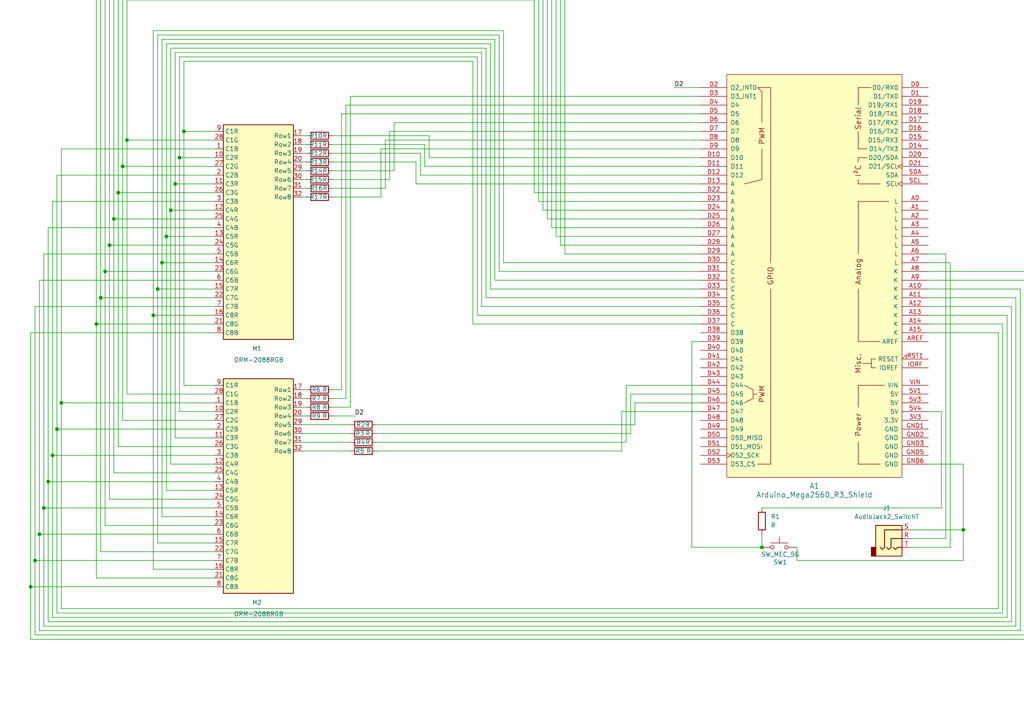
<source format=kicad_sch>
(kicad_sch (version 20231120) (generator "eeschema") (generator_version "8.0")
  (paper "A4")
  (lib_symbols
    (symbol "Connector_Audio:AudioJack3"
      (property "Reference" "J" (at 0 8.89 0))
      (property "Value" "AudioJack3" (at 0 6.35 0))
      (symbol "AudioJack3_0_1"
        (rectangle (start -5.08 -5.08) (end -6.35 -2.54) (stroke (width 0.254)) (fill (type outline)))
        (polyline (pts (xy 0 -2.54) (xy 0.635 -3.175) (xy 1.27 -2.54) (xy 2.54 -2.54)) (stroke (width 0.254)))
        (polyline (pts (xy -1.905 -2.54) (xy -1.27 -3.175) (xy -0.635 -2.54) (xy -0.635 0) (xy 2.54 0)) (stroke (width 0.254)))
        (polyline (pts (xy 2.54 2.54) (xy -2.54 2.54) (xy -2.54 -2.54) (xy -3.175 -3.175) (xy -3.81 -2.54)) (stroke (width 0.254)))
        (rectangle (start 2.54 3.81) (end -5.08 -5.08) (stroke (width 0.254)) (fill (type background)))
      )
      (symbol "AudioJack3_1_1"
        (pin passive line (at 5.08 0 180) (length 2.54) (name "~") (number "R"))
        (pin passive line (at 5.08 2.54 180) (length 2.54) (name "~") (number "S"))
        (pin passive line (at 5.08 -2.54 180) (length 2.54) (name "~") (number "T"))
      )
    )
    (symbol "Device:R" (pin_numbers hide) (pin_names (offset 0))
      (property "Reference" "R" (at 2.032 0 90))
      (property "Value" "R" (at 0 0 90))
      (symbol "R_0_1"
        (rectangle (start -1.016 -2.54) (end 1.016 2.54) (stroke (width 0.254)))
      )
      (symbol "R_1_1"
        (pin passive line (at 0 3.81 270) (length 1.27) (name "~") (number "1"))
        (pin passive line (at 0 -3.81 90) (length 1.27) (name "~") (number "2"))
      )
    )
    (symbol "LED Matrix:ORM-2088RGB"
      (property "Reference" "M2" (at -1.016 -33.782 0))
      (property "Value" "ORM-2088RGB" (at -7.366 -37.084 0))
      (symbol "ORM-2088RGB_0_1"
        (rectangle (start -10.16 31.115) (end 10.16 -31.115) (stroke (width 0.254)) (fill (type background)))
      )
      (symbol "ORM-2088RGB_1_0"
        (pin output line (at 12.7 -26.67 180) (length 2.54) (name "C8G") (number "21"))
        (pin output line (at 12.7 -29.21 180) (length 2.54) (name "C8B") (number "8"))
      )
      (symbol "ORM-2088RGB_1_1"
        (pin output line (at 12.7 24.13 180) (length 2.54) (name "C1B") (number "1"))
        (pin output line (at 12.7 21.59 180) (length 2.54) (name "C2R") (number "10"))
        (pin output line (at 12.7 13.97 180) (length 2.54) (name "C3R") (number "11"))
        (pin output line (at 12.7 6.35 180) (length 2.54) (name "C4R") (number "12"))
        (pin output line (at 12.7 -1.27 180) (length 2.54) (name "C5R") (number "13"))
        (pin output line (at 12.7 -8.89 180) (length 2.54) (name "C6R") (number "14"))
        (pin output line (at 12.7 -16.51 180) (length 2.54) (name "C7R") (number "15"))
        (pin output line (at 12.7 -24.13 180) (length 2.54) (name "C8R") (number "16"))
        (pin input line (at -12.7 27.94 0) (length 2.54) (name "Row1") (number "17"))
        (pin input line (at -12.7 25.4 0) (length 2.54) (name "Row2") (number "18"))
        (pin input line (at -12.7 22.86 0) (length 2.54) (name "Row3") (number "19"))
        (pin output line (at 12.7 16.51 180) (length 2.54) (name "C2B") (number "2"))
        (pin input line (at -12.7 20.32 0) (length 2.54) (name "Row4") (number "20"))
        (pin output line (at 12.7 -19.05 180) (length 2.54) (name "C7G") (number "22"))
        (pin output line (at 12.7 -11.43 180) (length 2.54) (name "C6G") (number "23"))
        (pin output line (at 12.7 -3.81 180) (length 2.54) (name "C5G") (number "24"))
        (pin output line (at 12.7 3.81 180) (length 2.54) (name "C4G") (number "25"))
        (pin output line (at 12.7 11.43 180) (length 2.54) (name "C3G") (number "26"))
        (pin output line (at 12.7 19.05 180) (length 2.54) (name "C2G") (number "27"))
        (pin output line (at 12.7 26.67 180) (length 2.54) (name "C1G") (number "28"))
        (pin input line (at -12.7 17.78 0) (length 2.54) (name "Row5") (number "29"))
        (pin output line (at 12.7 8.89 180) (length 2.54) (name "C3B") (number "3"))
        (pin input line (at -12.7 15.24 0) (length 2.54) (name "Row6") (number "30"))
        (pin input line (at -12.7 12.7 0) (length 2.54) (name "Row7") (number "31"))
        (pin input line (at -12.7 10.16 0) (length 2.54) (name "Row8") (number "32"))
        (pin output line (at 12.7 1.27 180) (length 2.54) (name "C4B") (number "4"))
        (pin output line (at 12.7 -6.35 180) (length 2.54) (name "C5B") (number "5"))
        (pin output line (at 12.7 -13.97 180) (length 2.54) (name "C6B") (number "6"))
        (pin output line (at 12.7 -21.59 180) (length 2.54) (name "C7B") (number "7"))
        (pin output line (at 12.7 29.21 180) (length 2.54) (name "C1R") (number "9"))
      )
    )
    (symbol "ORM-2088RGB_1"
      (property "Reference" "M2" (at -1.016 -33.782 0))
      (property "Value" "ORM-2088RGB" (at -7.366 -37.084 0))
      (symbol "ORM-2088RGB_1_0_1"
        (rectangle (start -10.16 31.115) (end 10.16 -31.115) (stroke (width 0.254)) (fill (type background)))
      )
      (symbol "ORM-2088RGB_1_1_0"
        (pin output line (at 12.7 -26.67 180) (length 2.54) (name "C8G") (number "21"))
        (pin output line (at 12.7 -29.21 180) (length 2.54) (name "C8B") (number "8"))
      )
      (symbol "ORM-2088RGB_1_1_1"
        (pin output line (at 12.7 24.13 180) (length 2.54) (name "C1B") (number "1"))
        (pin output line (at 12.7 21.59 180) (length 2.54) (name "C2R") (number "10"))
        (pin output line (at 12.7 13.97 180) (length 2.54) (name "C3R") (number "11"))
        (pin output line (at 12.7 6.35 180) (length 2.54) (name "C4R") (number "12"))
        (pin output line (at 12.7 -1.27 180) (length 2.54) (name "C5R") (number "13"))
        (pin output line (at 12.7 -8.89 180) (length 2.54) (name "C6R") (number "14"))
        (pin output line (at 12.7 -16.51 180) (length 2.54) (name "C7R") (number "15"))
        (pin output line (at 12.7 -24.13 180) (length 2.54) (name "C8R") (number "16"))
        (pin input line (at -12.7 27.94 0) (length 2.54) (name "Row1") (number "17"))
        (pin input line (at -12.7 25.4 0) (length 2.54) (name "Row2") (number "18"))
        (pin input line (at -12.7 22.86 0) (length 2.54) (name "Row3") (number "19"))
        (pin output line (at 12.7 16.51 180) (length 2.54) (name "C2B") (number "2"))
        (pin input line (at -12.7 20.32 0) (length 2.54) (name "Row4") (number "20"))
        (pin output line (at 12.7 -19.05 180) (length 2.54) (name "C7G") (number "22"))
        (pin output line (at 12.7 -11.43 180) (length 2.54) (name "C6G") (number "23"))
        (pin output line (at 12.7 -3.81 180) (length 2.54) (name "C5G") (number "24"))
        (pin output line (at 12.7 3.81 180) (length 2.54) (name "C4G") (number "25"))
        (pin output line (at 12.7 11.43 180) (length 2.54) (name "C3G") (number "26"))
        (pin output line (at 12.7 19.05 180) (length 2.54) (name "C2G") (number "27"))
        (pin output line (at 12.7 26.67 180) (length 2.54) (name "C1G") (number "28"))
        (pin input line (at -12.7 17.78 0) (length 2.54) (name "Row5") (number "29"))
        (pin output line (at 12.7 8.89 180) (length 2.54) (name "C3B") (number "3"))
        (pin input line (at -12.7 15.24 0) (length 2.54) (name "Row6") (number "30"))
        (pin input line (at -12.7 12.7 0) (length 2.54) (name "Row7") (number "31"))
        (pin input line (at -12.7 10.16 0) (length 2.54) (name "Row8") (number "32"))
        (pin output line (at 12.7 1.27 180) (length 2.54) (name "C4B") (number "4"))
        (pin output line (at 12.7 -6.35 180) (length 2.54) (name "C5B") (number "5"))
        (pin output line (at 12.7 -13.97 180) (length 2.54) (name "C6B") (number "6"))
        (pin output line (at 12.7 -21.59 180) (length 2.54) (name "C7B") (number "7"))
        (pin output line (at 12.7 29.21 180) (length 2.54) (name "C1R") (number "9"))
      )
    )
    (symbol "Switch:SW_MEC_5G" (pin_numbers hide) (pin_names (offset 1.016) hide)
      (property "Reference" "SW" (at 1.27 2.54 0))
      (property "Value" "SW_MEC_5G" (at 0 -1.524 0))
      (symbol "SW_MEC_5G_0_1"
        (circle (center -2.032 0) (radius 0.508))
        (polyline (pts (xy 0 1.27) (xy 0 3.048)))
        (polyline (pts (xy 2.54 1.27) (xy -2.54 1.27)))
        (circle (center 2.032 0) (radius 0.508))
        (pin passive line (at -5.08 0 0) (length 2.54) (name "A") (number "1"))
        (pin passive line (at 5.08 0 180) (length 2.54) (name "B") (number "3"))
      )
      (symbol "SW_MEC_5G_1_1"
        (pin passive line (at -5.08 0 0) (length 2.54) hide (name "A") (number "2"))
        (pin passive line (at 5.08 0 180) (length 2.54) hide (name "B") (number "4"))
      )
    )
    (symbol "arduino-library:Arduino_Mega2560_R3_Shield" (pin_names (offset 1.016))
      (property "Reference" "A1" (at 0 -60.96 0))
      (property "Value" "Arduino_Mega2560_R3_Shield" (at 0 -63.5 0))
      (symbol "Arduino_Mega2560_R3_Shield_0_0"
        (rectangle (start -25.4 -58.42) (end 25.4 58.42) (fill (type background)))
        (rectangle (start -20.32 -31.75) (end -12.7 -31.75))
        (rectangle (start -19.05 -54.61) (end -12.7 -54.61))
        (rectangle (start -19.05 -19.05) (end -12.7 -19.05))
        (rectangle (start -19.05 26.67) (end -12.7 26.67))
        (rectangle (start -17.78 -26.67) (end -16.51 -26.67))
        (rectangle (start -17.78 -24.13) (end -16.51 -24.13))
        (rectangle (start -16.51 -25.4) (end -13.97 -25.4))
        (rectangle (start -16.51 -24.13) (end -16.51 -26.67))
        (rectangle (start -16.51 54.61) (end -12.7 54.61))
        (rectangle (start -15.24 34.29) (end -12.7 34.29))
        (rectangle (start -15.24 36.83) (end -12.7 36.83))
        (rectangle (start -12.7 -54.61) (end -12.7 -48.26))
        (rectangle (start -12.7 -31.75) (end -12.7 -38.1))
        (rectangle (start -12.7 26.67) (end -12.7 27.94))
        (rectangle (start -12.7 34.29) (end -12.7 33.02))
        (rectangle (start -12.7 41.91) (end -12.7 36.83))
        (rectangle (start -12.7 49.53) (end -12.7 54.61))
        (polyline (pts (xy -21.59 21.59) (xy -12.7 21.59)))
        (polyline (pts (xy -12.7 -19.05) (xy -12.7 -3.81)))
        (polyline (pts (xy -12.7 6.35) (xy -12.7 21.59)))
        (polyline (pts (xy 12.7 -54.61) (xy 16.51 -54.61)))
        (polyline (pts (xy 12.7 54.61) (xy 16.51 54.61)))
        (polyline (pts (xy 17.78 -34.29) (xy 16.51 -34.29)))
        (polyline (pts (xy 15.24 36.83) (xy 15.24 27.94) (xy 20.32 26.67)))
        (polyline (pts (xy 15.24 44.45) (xy 15.24 53.34) (xy 16.51 54.61)))
        (polyline (pts (xy 20.32 -31.75) (xy 17.78 -33.02) (xy 17.78 -35.56) (xy 20.32 -36.83)))
        (text "Analog" (at -12.7 1.27 900) (effects (font (size 1.524 1.524))))
        (text "I²C" (at -12.7 30.48 900) (effects (font (size 1.524 1.524))))
        (text "Misc." (at -12.7 -25.4 900) (effects (font (size 1.524 1.524))))
        (text "Power" (at -12.7 -43.18 900) (effects (font (size 1.524 1.524))))
        (text "PWM" (at 15.24 -34.29 900) (effects (font (size 1.524 1.524))))
        (text "PWM" (at 15.24 40.64 900) (effects (font (size 1.524 1.524))))
        (text "Serial" (at -12.7 45.72 900) (effects (font (size 1.524 1.524))))
      )
      (symbol "Arduino_Mega2560_R3_Shield_1_0"
        (rectangle (start 12.7 -54.61) (end 12.7 -3.81))
        (rectangle (start 12.7 54.61) (end 12.7 3.81))
        (text "GPIO" (at 12.7 0 900) (effects (font (size 1.524 1.524))))
      )
      (symbol "Arduino_Mega2560_R3_Shield_1_1"
        (pin power_out line (at -33.02 -41.91 0) (length 7.62) (name "3.3V") (number "3V3"))
        (pin power_in line (at -33.02 -34.29 0) (length 7.62) (name "5V") (number "5V1"))
        (pin power_in line (at -33.02 -36.83 0) (length 7.62) (name "5V") (number "5V3"))
        (pin power_in line (at -33.02 -39.37 0) (length 7.62) (name "5V") (number "5V4"))
        (pin bidirectional line (at -33.02 21.59 0) (length 7.62) (name "L") (number "A0"))
        (pin bidirectional line (at -33.02 19.05 0) (length 7.62) (name "L") (number "A1"))
        (pin bidirectional line (at -33.02 -3.81 0) (length 7.62) (name "K") (number "A10"))
        (pin bidirectional line (at -33.02 -6.35 0) (length 7.62) (name "K") (number "A11"))
        (pin bidirectional line (at -33.02 -8.89 0) (length 7.62) (name "K") (number "A12"))
        (pin bidirectional line (at -33.02 -11.43 0) (length 7.62) (name "K") (number "A13"))
        (pin bidirectional line (at -33.02 -13.97 0) (length 7.62) (name "K") (number "A14"))
        (pin bidirectional line (at -33.02 -16.51 0) (length 7.62) (name "K") (number "A15"))
        (pin bidirectional line (at -33.02 16.51 0) (length 7.62) (name "L") (number "A2"))
        (pin bidirectional line (at -33.02 13.97 0) (length 7.62) (name "L") (number "A3"))
        (pin bidirectional line (at -33.02 11.43 0) (length 7.62) (name "L") (number "A4"))
        (pin bidirectional line (at -33.02 8.89 0) (length 7.62) (name "L") (number "A5"))
        (pin bidirectional line (at -33.02 6.35 0) (length 7.62) (name "L") (number "A6"))
        (pin bidirectional line (at -33.02 3.81 0) (length 7.62) (name "L") (number "A7"))
        (pin bidirectional line (at -33.02 1.27 0) (length 7.62) (name "K") (number "A8"))
        (pin bidirectional line (at -33.02 -1.27 0) (length 7.62) (name "K") (number "A9"))
        (pin input line (at -33.02 -19.05 0) (length 7.62) (name "AREF") (number "AREF"))
        (pin bidirectional line (at -33.02 54.61 0) (length 7.62) (name "D0/RX0") (number "D0"))
        (pin bidirectional line (at -33.02 52.07 0) (length 7.62) (name "D1/TX0") (number "D1"))
        (pin bidirectional line (at 33.02 34.29 180) (length 7.62) (name "D10") (number "D10"))
        (pin bidirectional line (at 33.02 31.75 180) (length 7.62) (name "D11") (number "D11"))
        (pin bidirectional line (at 33.02 29.21 180) (length 7.62) (name "D12") (number "D12"))
        (pin bidirectional line (at 33.02 26.67 180) (length 7.62) (name "A") (number "D13"))
        (pin bidirectional line (at -33.02 36.83 0) (length 7.62) (name "D14/TX3") (number "D14"))
        (pin bidirectional line (at -33.02 39.37 0) (length 7.62) (name "D15/RX3") (number "D15"))
        (pin bidirectional line (at -33.02 41.91 0) (length 7.62) (name "D16/TX2") (number "D16"))
        (pin bidirectional line (at -33.02 44.45 0) (length 7.62) (name "D17/RX2") (number "D17"))
        (pin bidirectional line (at -33.02 46.99 0) (length 7.62) (name "D18/TX1") (number "D18"))
        (pin bidirectional line (at -33.02 49.53 0) (length 7.62) (name "D19/RX1") (number "D19"))
        (pin bidirectional line (at 33.02 54.61 180) (length 7.62) (name "D2_INT0") (number "D2"))
        (pin bidirectional line (at -33.02 34.29 0) (length 7.62) (name "D20/SDA") (number "D20"))
        (pin bidirectional clock (at -33.02 31.75 0) (length 7.62) (name "D21/SCL") (number "D21"))
        (pin bidirectional line (at 33.02 24.13 180) (length 7.62) (name "A") (number "D22"))
        (pin bidirectional line (at 33.02 21.59 180) (length 7.62) (name "A") (number "D23"))
        (pin bidirectional line (at 33.02 19.05 180) (length 7.62) (name "A") (number "D24"))
        (pin bidirectional line (at 33.02 16.51 180) (length 7.62) (name "A") (number "D25"))
        (pin bidirectional line (at 33.02 13.97 180) (length 7.62) (name "A") (number "D26"))
        (pin bidirectional line (at 33.02 11.43 180) (length 7.62) (name "A") (number "D27"))
        (pin bidirectional line (at 33.02 8.89 180) (length 7.62) (name "A") (number "D28"))
        (pin bidirectional line (at 33.02 6.35 180) (length 7.62) (name "A") (number "D29"))
        (pin bidirectional line (at 33.02 52.07 180) (length 7.62) (name "D3_INT1") (number "D3"))
        (pin bidirectional line (at 33.02 3.81 180) (length 7.62) (name "C") (number "D30"))
        (pin bidirectional line (at 33.02 1.27 180) (length 7.62) (name "C") (number "D31"))
        (pin bidirectional line (at 33.02 -1.27 180) (length 7.62) (name "C") (number "D32"))
        (pin bidirectional line (at 33.02 -3.81 180) (length 7.62) (name "C") (number "D33"))
        (pin bidirectional line (at 33.02 -6.35 180) (length 7.62) (name "C") (number "D34"))
        (pin bidirectional line (at 33.02 -8.89 180) (length 7.62) (name "C") (number "D35"))
        (pin bidirectional line (at 33.02 -11.43 180) (length 7.62) (name "C") (number "D36"))
        (pin bidirectional line (at 33.02 -13.97 180) (length 7.62) (name "C") (number "D37"))
        (pin bidirectional line (at 33.02 -16.51 180) (length 7.62) (name "D38") (number "D38"))
        (pin bidirectional line (at 33.02 -19.05 180) (length 7.62) (name "D39") (number "D39"))
        (pin bidirectional line (at 33.02 49.53 180) (length 7.62) (name "D4") (number "D4"))
        (pin bidirectional line (at 33.02 -21.59 180) (length 7.62) (name "D40") (number "D40"))
        (pin bidirectional line (at 33.02 -24.13 180) (length 7.62) (name "D41") (number "D41"))
        (pin bidirectional line (at 33.02 -26.67 180) (length 7.62) (name "D42") (number "D42"))
        (pin bidirectional line (at 33.02 -29.21 180) (length 7.62) (name "D43") (number "D43"))
        (pin bidirectional line (at 33.02 -31.75 180) (length 7.62) (name "D44") (number "D44"))
        (pin bidirectional line (at 33.02 -34.29 180) (length 7.62) (name "D45") (number "D45"))
        (pin bidirectional line (at 33.02 -36.83 180) (length 7.62) (name "D46") (number "D46"))
        (pin bidirectional line (at 33.02 -39.37 180) (length 7.62) (name "D47") (number "D47"))
        (pin bidirectional line (at 33.02 -41.91 180) (length 7.62) (name "D48") (number "D48"))
        (pin bidirectional line (at 33.02 -44.45 180) (length 7.62) (name "D49") (number "D49"))
        (pin bidirectional line (at 33.02 46.99 180) (length 7.62) (name "D5") (number "D5"))
        (pin bidirectional line (at 33.02 -46.99 180) (length 7.62) (name "D50_MISO") (number "D50"))
        (pin bidirectional line (at 33.02 -49.53 180) (length 7.62) (name "D51_MOSI") (number "D51"))
        (pin bidirectional clock (at 33.02 -52.07 180) (length 7.62) (name "D52_SCK") (number "D52"))
        (pin bidirectional line (at 33.02 -54.61 180) (length 7.62) (name "D53_CS") (number "D53"))
        (pin bidirectional line (at 33.02 44.45 180) (length 7.62) (name "D6") (number "D6"))
        (pin bidirectional line (at 33.02 41.91 180) (length 7.62) (name "D7") (number "D7"))
        (pin bidirectional line (at 33.02 39.37 180) (length 7.62) (name "D8") (number "D8"))
        (pin bidirectional line (at 33.02 36.83 180) (length 7.62) (name "D9") (number "D9"))
        (pin power_in line (at -33.02 -44.45 0) (length 7.62) (name "GND") (number "GND1"))
        (pin power_in line (at -33.02 -46.99 0) (length 7.62) (name "GND") (number "GND2"))
        (pin power_in line (at -33.02 -49.53 0) (length 7.62) (name "GND") (number "GND3"))
        (pin power_in line (at -33.02 -52.07 0) (length 7.62) (name "GND") (number "GND5"))
        (pin power_in line (at -33.02 -54.61 0) (length 7.62) (name "GND") (number "GND6"))
        (pin output line (at -33.02 -26.67 0) (length 7.62) (name "IOREF") (number "IORF"))
        (pin open_collector input_low (at -33.02 -24.13 0) (length 7.62) (name "RESET") (number "RST1"))
        (pin bidirectional clock (at -33.02 26.67 0) (length 7.62) (name "SCL") (number "SCL"))
        (pin bidirectional line (at -33.02 29.21 0) (length 7.62) (name "SDA") (number "SDA"))
        (pin power_in line (at -33.02 -31.75 0) (length 7.62) (name "VIN") (number "VIN"))
      )
    )
  )
  (junction (at 17.78 116.84))
  (junction (at 13.97 139.7))
  (junction (at 16.51 124.46))
  (junction (at 48.26 68.58))
  (junction (at 36.83 40.64))
  (junction (at 12.7 147.32))
  (junction (at 220.98 158.75))
  (junction (at 10.16 162.56))
  (junction (at 44.45 91.44))
  (junction (at 8.89 170.18))
  (junction (at 49.53 60.96))
  (junction (at 29.21 86.36))
  (junction (at 50.8 53.34))
  (junction (at 31.75 71.12))
  (junction (at 35.56 48.26))
  (junction (at 52.07 45.72))
  (junction (at 27.94 93.98))
  (junction (at 45.72 83.82))
  (junction (at 279.4 153.67))
  (junction (at 15.24 132.08))
  (junction (at 30.48 78.74))
  (junction (at 33.02 63.5))
  (junction (at 34.29 55.88))
  (junction (at 46.99 76.2))
  (junction (at 11.43 154.94))
  (junction (at 53.34 38.1))
  (wire (pts (xy 137.16 17.78) (xy 137.16 93.98)))
  (wire (pts (xy 144.78 10.16) (xy 144.78 78.74)))
  (wire (pts (xy 203.2 71.12) (xy 162.56 71.12)))
  (wire (pts (xy 10.16 88.9) (xy 10.16 162.56)))
  (wire (pts (xy 45.72 10.16) (xy 144.78 10.16)))
  (wire (pts (xy 110.49 43.18) (xy 203.2 43.18)))
  (wire (pts (xy 62.23 88.9) (xy 10.16 88.9)))
  (wire (pts (xy 203.2 66.04) (xy 160.02 66.04)))
  (wire (pts (xy 269.24 78.74) (xy 298.45 78.74)))
  (wire (pts (xy 203.2 88.9) (xy 139.7 88.9)))
  (wire (pts (xy 96.52 57.15) (xy 110.49 57.15)))
  (wire (pts (xy 62.23 76.2) (xy 46.99 76.2)))
  (wire (pts (xy 157.48 -2.54) (xy 157.48 60.96)))
  (wire (pts (xy 50.8 53.34) (xy 50.8 15.24)))
  (wire (pts (xy 96.52 46.99) (xy 120.65 46.99)))
  (wire (pts (xy 62.23 149.86) (xy 46.99 149.86)))
  (wire (pts (xy 46.99 11.43) (xy 143.51 11.43)))
  (wire (pts (xy 203.2 58.42) (xy 156.21 58.42)))
  (wire (pts (xy 62.23 157.48) (xy 45.72 157.48)))
  (wire (pts (xy 62.23 165.1) (xy 44.45 165.1)))
  (wire (pts (xy 231.14 162.56) (xy 231.14 158.75)))
  (wire (pts (xy 50.8 15.24) (xy 139.7 15.24)))
  (wire (pts (xy 62.23 167.64) (xy 27.94 167.64)))
  (wire (pts (xy 87.63 115.57) (xy 88.9 115.57)))
  (wire (pts (xy 62.23 43.18) (xy 17.78 43.18)))
  (wire (pts (xy 87.63 57.15) (xy 88.9 57.15)))
  (wire (pts (xy 62.23 71.12) (xy 31.75 71.12)))
  (wire (pts (xy 220.98 147.32) (xy 273.05 147.32)))
  (wire (pts (xy 16.51 177.8) (xy 290.83 177.8)))
  (wire (pts (xy 87.63 49.53) (xy 88.9 49.53)))
  (wire (pts (xy 62.23 63.5) (xy 33.02 63.5)))
  (wire (pts (xy 62.23 142.24) (xy 48.26 142.24)))
  (wire (pts (xy 62.23 147.32) (xy 12.7 147.32)))
  (wire (pts (xy 34.29 -2.54) (xy 34.29 55.88)))
  (wire (pts (xy 36.83 40.64) (xy 36.83 0)))
  (wire (pts (xy 297.18 81.28) (xy 297.18 184.15)))
  (wire (pts (xy 124.46 39.37) (xy 124.46 45.72)))
  (wire (pts (xy 269.24 88.9) (xy 293.37 88.9)))
  (wire (pts (xy 62.23 124.46) (xy 16.51 124.46)))
  (wire (pts (xy 50.8 127) (xy 50.8 53.34)))
  (wire (pts (xy 203.2 86.36) (xy 140.97 86.36)))
  (wire (pts (xy 203.2 111.76) (xy 181.61 111.76)))
  (wire (pts (xy 180.34 130.81) (xy 180.34 119.38)))
  (wire (pts (xy 62.23 81.28) (xy 11.43 81.28)))
  (wire (pts (xy 109.22 125.73) (xy 182.88 125.73)))
  (wire (pts (xy 36.83 114.3) (xy 36.83 40.64)))
  (wire (pts (xy 29.21 86.36) (xy 29.21 -7.62)))
  (wire (pts (xy 34.29 -2.54) (xy 157.48 -2.54)))
  (wire (pts (xy 62.23 55.88) (xy 34.29 55.88)))
  (wire (pts (xy 121.92 44.45) (xy 121.92 50.8)))
  (wire (pts (xy 120.65 46.99) (xy 120.65 53.34)))
  (wire (pts (xy 269.24 76.2) (xy 275.59 76.2)))
  (wire (pts (xy 203.2 48.26) (xy 123.19 48.26)))
  (wire (pts (xy 297.18 81.28) (xy 269.24 81.28)))
  (wire (pts (xy 203.2 63.5) (xy 158.75 63.5)))
  (wire (pts (xy 62.23 152.4) (xy 30.48 152.4)))
  (wire (pts (xy 203.2 25.4) (xy 195.58 25.4)))
  (wire (pts (xy 62.23 91.44) (xy 44.45 91.44)))
  (wire (pts (xy 62.23 170.18) (xy 8.89 170.18)))
  (wire (pts (xy 11.43 182.88) (xy 295.91 182.88)))
  (wire (pts (xy 27.94 93.98) (xy 27.94 -8.89)))
  (wire (pts (xy 96.52 39.37) (xy 124.46 39.37)))
  (wire (pts (xy 62.23 40.64) (xy 36.83 40.64)))
  (wire (pts (xy 100.33 30.48) (xy 203.2 30.48)))
  (wire (pts (xy 87.63 44.45) (xy 88.9 44.45)))
  (wire (pts (xy 62.23 162.56) (xy 10.16 162.56)))
  (wire (pts (xy 139.7 15.24) (xy 139.7 88.9)))
  (wire (pts (xy 15.24 179.07) (xy 292.1 179.07)))
  (wire (pts (xy 142.24 12.7) (xy 142.24 83.82)))
  (wire (pts (xy 279.4 153.67) (xy 279.4 162.56)))
  (wire (pts (xy 62.23 119.38) (xy 52.07 119.38)))
  (wire (pts (xy 203.2 68.58) (xy 161.29 68.58)))
  (wire (pts (xy 184.15 123.19) (xy 184.15 116.84)))
  (wire (pts (xy 62.23 66.04) (xy 13.97 66.04)))
  (wire (pts (xy 113.03 38.1) (xy 203.2 38.1)))
  (wire (pts (xy 181.61 111.76) (xy 181.61 128.27)))
  (wire (pts (xy 180.34 119.38) (xy 203.2 119.38)))
  (wire (pts (xy 11.43 81.28) (xy 11.43 154.94)))
  (wire (pts (xy 289.56 96.52) (xy 289.56 176.53)))
  (wire (pts (xy 53.34 111.76) (xy 62.23 111.76)))
  (wire (pts (xy 62.23 144.78) (xy 31.75 144.78)))
  (wire (pts (xy 48.26 12.7) (xy 142.24 12.7)))
  (wire (pts (xy 96.52 44.45) (xy 121.92 44.45)))
  (wire (pts (xy 96.52 120.65) (xy 102.87 120.65)))
  (wire (pts (xy 120.65 53.34) (xy 203.2 53.34)))
  (wire (pts (xy 269.24 119.38) (xy 273.05 119.38)))
  (wire (pts (xy 62.23 132.08) (xy 15.24 132.08)))
  (wire (pts (xy 294.64 86.36) (xy 269.24 86.36)))
  (wire (pts (xy 96.52 118.11) (xy 101.6 118.11)))
  (wire (pts (xy 101.6 118.11) (xy 101.6 27.94)))
  (wire (pts (xy 30.48 78.74) (xy 30.48 152.4)))
  (wire (pts (xy 182.88 125.73) (xy 182.88 114.3)))
  (wire (pts (xy 49.53 13.97) (xy 140.97 13.97)))
  (wire (pts (xy 109.22 128.27) (xy 181.61 128.27)))
  (wire (pts (xy 45.72 83.82) (xy 45.72 157.48)))
  (wire (pts (xy 49.53 13.97) (xy 49.53 60.96)))
  (wire (pts (xy 62.23 86.36) (xy 29.21 86.36)))
  (wire (pts (xy 273.05 119.38) (xy 273.05 147.32)))
  (wire (pts (xy 49.53 60.96) (xy 49.53 134.62)))
  (wire (pts (xy 30.48 -6.35) (xy 30.48 78.74)))
  (wire (pts (xy 264.16 158.75) (xy 275.59 158.75)))
  (wire (pts (xy 290.83 93.98) (xy 269.24 93.98)))
  (wire (pts (xy 87.63 41.91) (xy 88.8815 41.91)))
  (wire (pts (xy 33.02 -3.81) (xy 158.75 -3.81)))
  (wire (pts (xy 33.02 63.5) (xy 33.02 -3.81)))
  (wire (pts (xy 87.63 118.11) (xy 88.9 118.11)))
  (wire (pts (xy 13.97 66.04) (xy 13.97 139.7)))
  (wire (pts (xy 292.1 91.44) (xy 292.1 179.07)))
  (wire (pts (xy 295.91 83.82) (xy 269.24 83.82)))
  (wire (pts (xy 12.7 181.61) (xy 294.64 181.61)))
  (wire (pts (xy 10.16 162.56) (xy 10.16 184.15)))
  (wire (pts (xy 87.63 113.03) (xy 88.9 113.03)))
  (wire (pts (xy 203.2 55.88) (xy 154.94 55.88)))
  (wire (pts (xy 29.21 -7.62) (xy 162.56 -7.62)))
  (wire (pts (xy 290.83 93.98) (xy 290.83 177.8)))
  (wire (pts (xy 27.94 -8.89) (xy 163.83 -8.89)))
  (wire (pts (xy 138.43 16.51) (xy 138.43 91.44)))
  (wire (pts (xy 96.5015 52.07) (xy 113.03 52.07)))
  (wire (pts (xy 220.98 154.94) (xy 220.98 158.75)))
  (wire (pts (xy 45.72 10.16) (xy 45.72 83.82)))
  (wire (pts (xy 8.89 185.42) (xy 298.45 185.42)))
  (wire (pts (xy 279.4 162.56) (xy 231.14 162.56)))
  (wire (pts (xy 87.63 120.65) (xy 88.9 120.65)))
  (wire (pts (xy 53.34 17.78) (xy 53.34 38.1)))
  (wire (pts (xy 62.23 127) (xy 50.8 127)))
  (wire (pts (xy 110.49 57.15) (xy 110.49 43.18)))
  (wire (pts (xy 295.91 83.82) (xy 295.91 182.88)))
  (wire (pts (xy 146.05 8.89) (xy 146.05 76.2)))
  (wire (pts (xy 35.56 -1.27) (xy 156.21 -1.27)))
  (wire (pts (xy 142.24 83.82) (xy 203.2 83.82)))
  (wire (pts (xy 12.7 147.32) (xy 12.7 181.61)))
  (wire (pts (xy 13.97 139.7) (xy 13.97 180.34)))
  (wire (pts (xy 140.97 13.97) (xy 140.97 86.36)))
  (wire (pts (xy 96.5712 54.61) (xy 111.76 54.61)))
  (wire (pts (xy 62.23 114.3) (xy 36.83 114.3)))
  (wire (pts (xy 99.06 113.03) (xy 99.06 33.02)))
  (wire (pts (xy 53.34 38.1) (xy 53.34 111.76)))
  (wire (pts (xy 52.07 16.51) (xy 138.43 16.51)))
  (wire (pts (xy 96.52 115.57) (xy 100.33 115.57)))
  (wire (pts (xy 8.89 96.52) (xy 8.89 170.18)))
  (wire (pts (xy 154.94 0) (xy 154.94 55.88)))
  (wire (pts (xy 62.23 78.74) (xy 30.48 78.74)))
  (wire (pts (xy 87.63 54.61) (xy 88.9512 54.61)))
  (wire (pts (xy 13.97 180.34) (xy 293.37 180.34)))
  (wire (pts (xy 62.23 53.34) (xy 50.8 53.34)))
  (wire (pts (xy 292.1 91.44) (xy 269.24 91.44)))
  (wire (pts (xy 62.23 48.26) (xy 35.56 48.26)))
  (wire (pts (xy 31.75 -5.08) (xy 31.75 71.12)))
  (wire (pts (xy 62.23 38.1) (xy 53.34 38.1)))
  (wire (pts (xy 109.22 123.19) (xy 184.15 123.19)))
  (wire (pts (xy 36.83 0) (xy 154.94 0)))
  (wire (pts (xy 62.23 60.96) (xy 49.53 60.96)))
  (wire (pts (xy 87.63 123.19) (xy 101.6 123.19)))
  (wire (pts (xy 62.23 160.02) (xy 29.21 160.02)))
  (wire (pts (xy 17.78 176.53) (xy 289.56 176.53)))
  (wire (pts (xy 62.23 83.82) (xy 45.72 83.82)))
  (wire (pts (xy 184.15 116.84) (xy 203.2 116.84)))
  (wire (pts (xy 87.63 52.07) (xy 88.8815 52.07)))
  (wire (pts (xy 114.3 35.56) (xy 114.3 49.53)))
  (wire (pts (xy 111.76 40.64) (xy 203.2 40.64)))
  (wire (pts (xy 87.63 39.37) (xy 88.9 39.37)))
  (wire (pts (xy 279.4 134.62) (xy 279.4 153.67)))
  (wire (pts (xy 274.32 73.66) (xy 274.32 156.21)))
  (wire (pts (xy 62.23 134.62) (xy 49.53 134.62)))
  (wire (pts (xy 298.45 78.74) (xy 298.45 185.42)))
  (wire (pts (xy 293.37 88.9) (xy 293.37 180.34)))
  (wire (pts (xy 33.02 137.16) (xy 33.02 63.5)))
  (wire (pts (xy 111.76 54.61) (xy 111.76 40.64)))
  (wire (pts (xy 123.19 41.91) (xy 123.19 48.26)))
  (wire (pts (xy 182.88 114.3) (xy 203.2 114.3)))
  (wire (pts (xy 203.2 93.98) (xy 137.16 93.98)))
  (wire (pts (xy 200.66 158.75) (xy 220.98 158.75)))
  (wire (pts (xy 156.21 -1.27) (xy 156.21 58.42)))
  (wire (pts (xy 53.34 17.78) (xy 137.16 17.78)))
  (wire (pts (xy 160.02 -5.08) (xy 160.02 66.04)))
  (wire (pts (xy 31.75 71.12) (xy 31.75 144.78)))
  (wire (pts (xy 48.26 68.58) (xy 48.26 12.7)))
  (wire (pts (xy 109.22 130.81) (xy 180.34 130.81)))
  (wire (pts (xy 203.2 50.8) (xy 121.92 50.8)))
  (wire (pts (xy 62.23 137.16) (xy 33.02 137.16)))
  (wire (pts (xy 62.23 93.98) (xy 27.94 93.98)))
  (wire (pts (xy 46.99 149.86) (xy 46.99 76.2)))
  (wire (pts (xy 264.16 153.67) (xy 279.4 153.67)))
  (wire (pts (xy 46.99 76.2) (xy 46.99 11.43)))
  (wire (pts (xy 157.48 60.96) (xy 203.2 60.96)))
  (wire (pts (xy 62.23 68.58) (xy 48.26 68.58)))
  (wire (pts (xy 27.94 167.64) (xy 27.94 93.98)))
  (wire (pts (xy 34.29 55.88) (xy 34.29 129.54)))
  (wire (pts (xy 203.2 81.28) (xy 143.51 81.28)))
  (wire (pts (xy 96.5015 41.91) (xy 123.19 41.91)))
  (wire (pts (xy 114.3 35.56) (xy 203.2 35.56)))
  (wire (pts (xy 62.23 73.66) (xy 12.7 73.66)))
  (wire (pts (xy 87.63 130.81) (xy 101.6 130.81)))
  (wire (pts (xy 124.46 45.72) (xy 203.2 45.72)))
  (wire (pts (xy 35.56 48.26) (xy 35.56 121.92)))
  (wire (pts (xy 264.16 156.21) (xy 274.32 156.21)))
  (wire (pts (xy 17.78 116.84) (xy 17.78 176.53)))
  (wire (pts (xy 62.23 154.94) (xy 11.43 154.94)))
  (wire (pts (xy 275.59 158.75) (xy 275.59 76.2)))
  (wire (pts (xy 294.64 86.36) (xy 294.64 181.61)))
  (wire (pts (xy 52.07 16.51) (xy 52.07 45.72)))
  (wire (pts (xy 161.29 -6.35) (xy 161.29 68.58)))
  (wire (pts (xy 44.45 91.44) (xy 44.45 8.89)))
  (wire (pts (xy 269.24 96.52) (xy 289.56 96.52)))
  (wire (pts (xy 163.83 73.66) (xy 203.2 73.66)))
  (wire (pts (xy 87.63 125.73) (xy 101.6 125.73)))
  (wire (pts (xy 16.51 124.46) (xy 16.51 177.8)))
  (wire (pts (xy 29.21 160.02) (xy 29.21 86.36)))
  (wire (pts (xy 101.6 27.94) (xy 203.2 27.94)))
  (wire (pts (xy 62.23 58.42) (xy 15.24 58.42)))
  (wire (pts (xy 10.16 184.15) (xy 297.18 184.15)))
  (wire (pts (xy 200.66 158.75) (xy 200.66 99.06)))
  (wire (pts (xy 100.33 115.57) (xy 100.33 30.48)))
  (wire (pts (xy 44.45 8.89) (xy 146.05 8.89)))
  (wire (pts (xy 62.23 121.92) (xy 35.56 121.92)))
  (wire (pts (xy 203.2 78.74) (xy 144.78 78.74)))
  (wire (pts (xy 162.56 -7.62) (xy 162.56 71.12)))
  (wire (pts (xy 113.03 38.1) (xy 113.03 52.07)))
  (wire (pts (xy 200.66 99.06) (xy 203.2 99.06)))
  (wire (pts (xy 99.06 33.02) (xy 203.2 33.02)))
  (wire (pts (xy 48.26 142.24) (xy 48.26 68.58)))
  (wire (pts (xy 96.52 113.03) (xy 99.06 113.03)))
  (wire (pts (xy 8.89 170.18) (xy 8.89 185.42)))
  (wire (pts (xy 62.23 129.54) (xy 34.29 129.54)))
  (wire (pts (xy 31.75 -5.08) (xy 160.02 -5.08)))
  (wire (pts (xy 269.24 134.62) (xy 279.4 134.62)))
  (wire (pts (xy 158.75 -3.81) (xy 158.75 63.5)))
  (wire (pts (xy 16.51 50.8) (xy 62.23 50.8)))
  (wire (pts (xy 12.7 73.66) (xy 12.7 147.32)))
  (wire (pts (xy 35.56 -1.27) (xy 35.56 48.26)))
  (wire (pts (xy 52.07 45.72) (xy 52.07 119.38)))
  (wire (pts (xy 62.23 116.84) (xy 17.78 116.84)))
  (wire (pts (xy 17.78 43.18) (xy 17.78 116.84)))
  (wire (pts (xy 13.97 139.7) (xy 62.23 139.7)))
  (wire (pts (xy 203.2 91.44) (xy 138.43 91.44)))
  (wire (pts (xy 143.51 11.43) (xy 143.51 81.28)))
  (wire (pts (xy 44.45 165.1) (xy 44.45 91.44)))
  (wire (pts (xy 62.23 45.72) (xy 52.07 45.72)))
  (wire (pts (xy 30.48 -6.35) (xy 161.29 -6.35)))
  (wire (pts (xy 88.9 46.99) (xy 87.63 46.99)))
  (wire (pts (xy 146.05 76.2) (xy 203.2 76.2)))
  (wire (pts (xy 274.32 73.66) (xy 269.24 73.66)))
  (wire (pts (xy 11.43 154.94) (xy 11.43 182.88)))
  (wire (pts (xy 96.52 49.53) (xy 114.3 49.53)))
  (wire (pts (xy 62.23 96.52) (xy 8.89 96.52)))
  (wire (pts (xy 16.51 50.8) (xy 16.51 124.46)))
  (wire (pts (xy 163.83 -8.89) (xy 163.83 73.66)))
  (wire (pts (xy 15.24 58.42) (xy 15.24 132.08)))
  (wire (pts (xy 87.63 128.27) (xy 101.6 128.27)))
  (wire (pts (xy 15.24 132.08) (xy 15.24 179.07)))
  (label "D2" (at 102.87 120.65 0))
  (label "D2" (at 195.58 25.4 0))
  (symbol (lib_id "Device:R") (at 105.41 123.19 90) (unit 1)
    (property "Reference" "R2" (at 104.648 123.19 90))
    (property "Value" "R" (at 106.68 123.19 90))
    (property "Footprint" "Resistor_THT:R_Axial_DIN0204_L3.6mm_D1.6mm_P7.62mm_Horizontal" (effects (hide yes)))
    (property "Description" "Resistor" (effects (hide yes)))
  )
  (symbol (lib_id "Switch:SW_MEC_5G") (at 226.06 158.75 0) (unit 1)
    (property "Reference" "SW1" (at 226.314 163.068 0))
    (property "Value" "SW_MEC_5G" (at 226.314 160.782 0))
    (property "Footprint" "led footprint:SW_1825910-6-4" (effects (hide yes)))
    (property "Datasheet" "http://www.apem.com/int/index.php?controller=attachment&id_attachment=488" (effects (hide yes)))
    (property "Description" "MEC 5G single pole normally-open tactile switch" (effects (hide yes)))
  )
  (symbol (lib_id "Device:R") (at 92.71 46.99 90) (unit 1)
    (property "Reference" "R13" (at 91.694 46.99 90))
    (property "Value" "R" (at 94.234 46.99 90))
    (property "Footprint" "Resistor_THT:R_Axial_DIN0204_L3.6mm_D1.6mm_P7.62mm_Horizontal" (effects (hide yes)))
    (property "Description" "Resistor" (effects (hide yes)))
  )
  (symbol (lib_id "Device:R") (at 92.6915 41.91 90) (unit 1)
    (property "Reference" "R11" (at 91.6755 41.91 90))
    (property "Value" "R" (at 94.2155 41.91 90))
    (property "Footprint" "Resistor_THT:R_Axial_DIN0204_L3.6mm_D1.6mm_P7.62mm_Horizontal" (effects (hide yes)))
    (property "Description" "Resistor" (effects (hide yes)))
  )
  (symbol (lib_id "Device:R") (at 92.6915 52.07 90) (unit 1)
    (property "Reference" "R15" (at 91.6755 52.07 90))
    (property "Value" "R" (at 94.2155 52.07 90))
    (property "Footprint" "Resistor_THT:R_Axial_DIN0204_L3.6mm_D1.6mm_P7.62mm_Horizontal" (effects (hide yes)))
    (property "Description" "Resistor" (effects (hide yes)))
  )
  (symbol (lib_id "Device:R") (at 92.71 57.15 90) (unit 1)
    (property "Reference" "R17" (at 91.694 57.15 90))
    (property "Value" "R" (at 94.234 57.15 90))
    (property "Footprint" "Resistor_THT:R_Axial_DIN0204_L3.6mm_D1.6mm_P7.62mm_Horizontal" (effects (hide yes)))
    (property "Description" "Resistor" (effects (hide yes)))
  )
  (symbol (lib_id "Device:R") (at 105.41 125.73 90) (unit 1)
    (property "Reference" "R3" (at 104.394 125.73 90))
    (property "Value" "R" (at 106.68 125.73 90))
    (property "Footprint" "Resistor_THT:R_Axial_DIN0204_L3.6mm_D1.6mm_P7.62mm_Horizontal" (effects (hide yes)))
    (property "Description" "Resistor" (effects (hide yes)))
  )
  (symbol (lib_id "Device:R") (at 92.71 49.53 90) (unit 1)
    (property "Reference" "R14" (at 91.694 49.53 90))
    (property "Value" "R" (at 94.234 49.53 90))
    (property "Footprint" "Resistor_THT:R_Axial_DIN0204_L3.6mm_D1.6mm_P7.62mm_Horizontal" (effects (hide yes)))
    (property "Description" "Resistor" (effects (hide yes)))
  )
  (symbol (lib_id "Device:R") (at 92.71 44.45 90) (unit 1)
    (property "Reference" "R12" (at 91.694 44.45 90))
    (property "Value" "R" (at 94.234 44.45 90))
    (property "Footprint" "Resistor_THT:R_Axial_DIN0204_L3.6mm_D1.6mm_P7.62mm_Horizontal" (effects (hide yes)))
    (property "Description" "Resistor" (effects (hide yes)))
  )
  (symbol (lib_id "Device:R") (at 92.71 118.11 90) (unit 1)
    (property "Reference" "R8" (at 91.694 118.11 90))
    (property "Value" "R" (at 94.234 118.11 90))
    (property "Footprint" "Resistor_THT:R_Axial_DIN0204_L3.6mm_D1.6mm_P7.62mm_Horizontal" (effects (hide yes)))
    (property "Description" "Resistor" (effects (hide yes)))
  )
  (symbol (lib_id "arduino-library:Arduino_Mega2560_R3_Shield") (at 236.22 80.01 0) (mirror y) (unit 1)
    (property "Reference" "A1" (at 236.22 140.97 0) (effects (font (size 1.524 1.524))))
    (property "Value" "Arduino_Mega2560_R3_Shield" (at 236.22 143.51 0) (effects (font (size 1.524 1.524))))
    (property "Footprint" "led footprint:Arduino_Mega2560_R3_Shield" (effects (hide yes)))
    (property "Datasheet" "https://docs.arduino.cc/hardware/mega-2560" (effects (hide yes)))
    (property "Description" "Shield for Arduino Mega 2560 R3" (effects (hide yes)))
  )
  (symbol (lib_id "Connector_Audio:AudioJack3") (at 259.08 156.21 0) (unit 1)
    (property "Reference" "J1" (at 257.175 147.32 0))
    (property "Value" "AudioJack2_SwitchT" (at 257.175 149.86 0))
    (property "Footprint" "led footprint:3.5mm Stereo Jack" (effects (hide yes)))
    (property "Description" "Audio Jack, 3 Poles (Stereo / TRS)" (effects (hide yes)))
  )
  (symbol (lib_id "Device:R") (at 92.71 115.57 90) (unit 1)
    (property "Reference" "R7" (at 91.694 115.57 90))
    (property "Value" "R" (at 94.234 115.57 90))
    (property "Footprint" "Resistor_THT:R_Axial_DIN0204_L3.6mm_D1.6mm_P7.62mm_Horizontal" (effects (hide yes)))
    (property "Description" "Resistor" (effects (hide yes)))
  )
  (symbol (lib_id "Device:R") (at 92.7612 54.61 90) (unit 1)
    (property "Reference" "R16" (at 91.7452 54.61 90))
    (property "Value" "R" (at 94.2852 54.61 90))
    (property "Footprint" "Resistor_THT:R_Axial_DIN0204_L3.6mm_D1.6mm_P7.62mm_Horizontal" (effects (hide yes)))
    (property "Description" "Resistor" (effects (hide yes)))
  )
  (symbol (lib_id "Device:R") (at 92.71 120.65 90) (unit 1)
    (property "Reference" "R9" (at 91.694 120.65 90))
    (property "Value" "R" (at 94.234 120.65 90))
    (property "Footprint" "Resistor_THT:R_Axial_DIN0204_L3.6mm_D1.6mm_P7.62mm_Horizontal" (effects (hide yes)))
    (property "Description" "Resistor" (effects (hide yes)))
  )
  (symbol (lib_id "Device:R") (at 92.71 113.03 90) (unit 1)
    (property "Reference" "R6" (at 91.694 113.03 90))
    (property "Value" "R" (at 94.234 113.03 90))
    (property "Footprint" "Resistor_THT:R_Axial_DIN0204_L3.6mm_D1.6mm_P7.62mm_Horizontal" (effects (hide yes)))
    (property "Description" "Resistor" (effects (hide yes)))
  )
  (symbol (lib_id "Device:R") (at 105.41 128.27 90) (unit 1)
    (property "Reference" "R4" (at 104.648 128.27 90))
    (property "Value" "R" (at 106.68 128.27 90))
    (property "Footprint" "Resistor_THT:R_Axial_DIN0204_L3.6mm_D1.6mm_P7.62mm_Horizontal" (effects (hide yes)))
    (property "Description" "Resistor" (effects (hide yes)))
  )
  (symbol (lib_id "Device:R") (at 92.71 39.37 90) (unit 1)
    (property "Reference" "R10" (at 91.694 39.37 90))
    (property "Value" "R" (at 94.234 39.37 90))
    (property "Footprint" "Resistor_THT:R_Axial_DIN0204_L3.6mm_D1.6mm_P7.62mm_Horizontal" (effects (hide yes)))
    (property "Description" "Resistor" (effects (hide yes)))
  )
  (symbol (lib_id "Device:R") (at 220.98 151.13 0) (unit 1)
    (property "Reference" "R1" (at 223.52 149.8599 0) (effects (justify left)))
    (property "Value" "R" (at 223.52 152.3999 0) (effects (justify left)))
    (property "Footprint" "Resistor_THT:R_Axial_DIN0204_L3.6mm_D1.6mm_P7.62mm_Horizontal" (effects (hide yes)))
    (property "Description" "Resistor" (effects (hide yes)))
  )
  (symbol (lib_name "ORM-2088RGB_1") (lib_id "LED Matrix:ORM-2088RGB") (at 74.93 140.97 0) (mirror y) (unit 1)
    (property "Reference" "M2" (at 75.946 174.752 0) (effects (justify left)))
    (property "Value" "ORM-2088RGB" (at 82.296 178.054 0) (effects (justify left)))
    (property "Footprint" "led footprint:led matrix rgb" (effects (hide yes)))
  )
  (symbol (lib_id "Device:R") (at 105.41 130.81 90) (unit 1)
    (property "Reference" "R5" (at 104.394 130.81 90))
    (property "Value" "R" (at 106.934 130.81 90))
    (property "Footprint" "Resistor_THT:R_Axial_DIN0204_L3.6mm_D1.6mm_P7.62mm_Horizontal" (effects (hide yes)))
    (property "Description" "Resistor" (effects (hide yes)))
  )
  (symbol (lib_id "LED Matrix:ORM-2088RGB") (at 74.93 67.31 0) (mirror y) (unit 1)
    (property "Reference" "M1" (at 75.946 101.092 0) (effects (justify left)))
    (property "Value" "ORM-2088RGB" (at 82.296 104.394 0) (effects (justify left)))
    (property "Footprint" "led footprint:led matrix rgb" (effects (hide yes)))
  )
)
</source>
